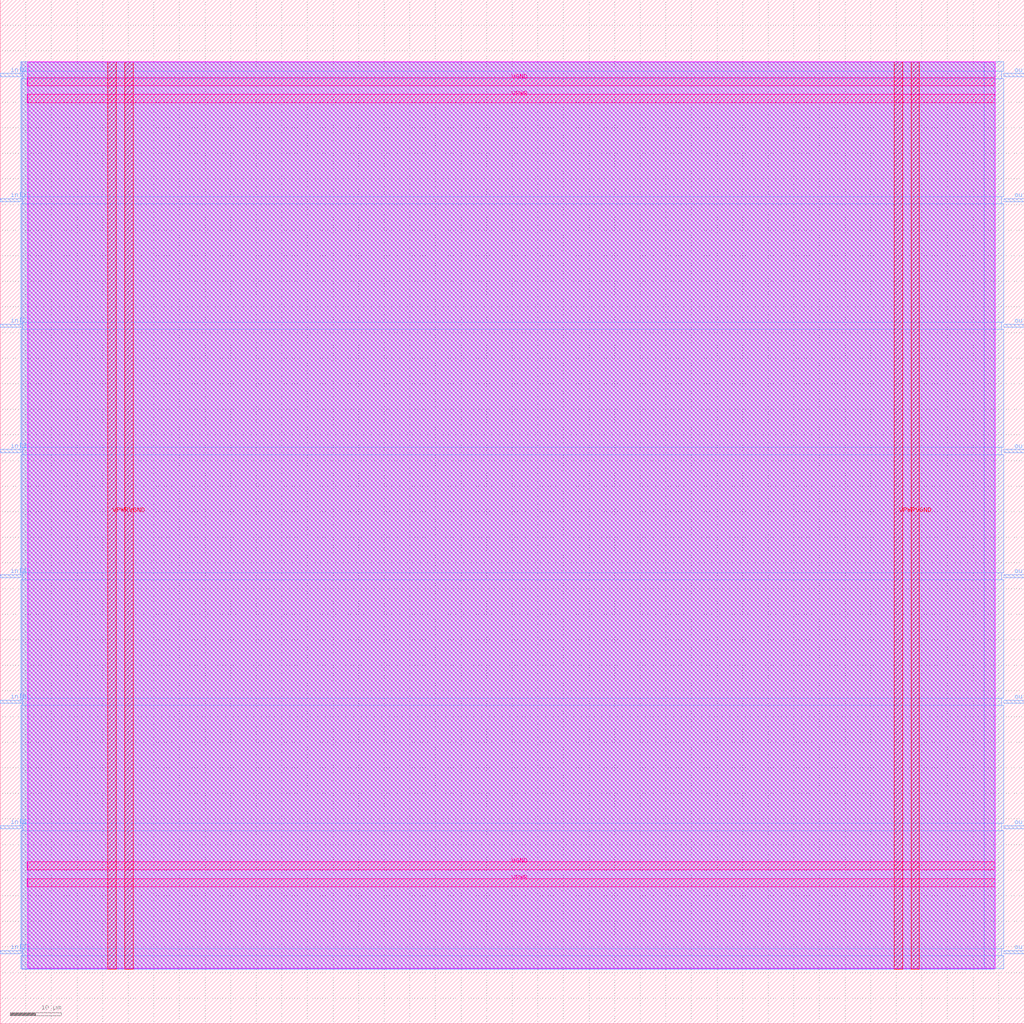
<source format=lef>
VERSION 5.7 ;
  NOWIREEXTENSIONATPIN ON ;
  DIVIDERCHAR "/" ;
  BUSBITCHARS "[]" ;
MACRO twos_complement
  CLASS BLOCK ;
  FOREIGN twos_complement ;
  ORIGIN 0.000 0.000 ;
  SIZE 200.000 BY 200.000 ;
  PIN VGND
    DIRECTION INOUT ;
    USE GROUND ;
    PORT
      LAYER met4 ;
        RECT 24.340 10.640 25.940 187.920 ;
    END
    PORT
      LAYER met4 ;
        RECT 177.940 10.640 179.540 187.920 ;
    END
    PORT
      LAYER met5 ;
        RECT 5.280 30.030 194.360 31.630 ;
    END
    PORT
      LAYER met5 ;
        RECT 5.280 183.210 194.360 184.810 ;
    END
  END VGND
  PIN VPWR
    DIRECTION INOUT ;
    USE POWER ;
    PORT
      LAYER met4 ;
        RECT 21.040 10.640 22.640 187.920 ;
    END
    PORT
      LAYER met4 ;
        RECT 174.640 10.640 176.240 187.920 ;
    END
    PORT
      LAYER met5 ;
        RECT 5.280 26.730 194.360 28.330 ;
    END
    PORT
      LAYER met5 ;
        RECT 5.280 179.910 194.360 181.510 ;
    END
  END VPWR
  PIN in[0]
    DIRECTION INPUT ;
    USE SIGNAL ;
    ANTENNAGATEAREA 0.213000 ;
    PORT
      LAYER met3 ;
        RECT 0.000 185.000 4.000 185.600 ;
    END
  END in[0]
  PIN in[1]
    DIRECTION INPUT ;
    USE SIGNAL ;
    ANTENNAGATEAREA 0.213000 ;
    PORT
      LAYER met3 ;
        RECT 0.000 160.520 4.000 161.120 ;
    END
  END in[1]
  PIN in[2]
    DIRECTION INPUT ;
    USE SIGNAL ;
    ANTENNAGATEAREA 0.126000 ;
    PORT
      LAYER met3 ;
        RECT 0.000 136.040 4.000 136.640 ;
    END
  END in[2]
  PIN in[3]
    DIRECTION INPUT ;
    USE SIGNAL ;
    ANTENNAGATEAREA 0.196500 ;
    PORT
      LAYER met3 ;
        RECT 0.000 111.560 4.000 112.160 ;
    END
  END in[3]
  PIN in[4]
    DIRECTION INPUT ;
    USE SIGNAL ;
    ANTENNAGATEAREA 0.126000 ;
    PORT
      LAYER met3 ;
        RECT 0.000 87.080 4.000 87.680 ;
    END
  END in[4]
  PIN in[5]
    DIRECTION INPUT ;
    USE SIGNAL ;
    ANTENNAGATEAREA 0.126000 ;
    PORT
      LAYER met3 ;
        RECT 0.000 62.600 4.000 63.200 ;
    END
  END in[5]
  PIN in[6]
    DIRECTION INPUT ;
    USE SIGNAL ;
    ANTENNAGATEAREA 0.196500 ;
    PORT
      LAYER met3 ;
        RECT 0.000 38.120 4.000 38.720 ;
    END
  END in[6]
  PIN in[7]
    DIRECTION INPUT ;
    USE SIGNAL ;
    ANTENNAGATEAREA 0.213000 ;
    PORT
      LAYER met3 ;
        RECT 0.000 13.640 4.000 14.240 ;
    END
  END in[7]
  PIN out[0]
    DIRECTION OUTPUT ;
    USE SIGNAL ;
    ANTENNADIFFAREA 0.445500 ;
    PORT
      LAYER met3 ;
        RECT 196.000 185.000 200.000 185.600 ;
    END
  END out[0]
  PIN out[1]
    DIRECTION OUTPUT ;
    USE SIGNAL ;
    ANTENNADIFFAREA 0.445500 ;
    PORT
      LAYER met3 ;
        RECT 196.000 160.520 200.000 161.120 ;
    END
  END out[1]
  PIN out[2]
    DIRECTION OUTPUT ;
    USE SIGNAL ;
    ANTENNADIFFAREA 0.445500 ;
    PORT
      LAYER met3 ;
        RECT 196.000 136.040 200.000 136.640 ;
    END
  END out[2]
  PIN out[3]
    DIRECTION OUTPUT ;
    USE SIGNAL ;
    ANTENNADIFFAREA 0.445500 ;
    PORT
      LAYER met3 ;
        RECT 196.000 111.560 200.000 112.160 ;
    END
  END out[3]
  PIN out[4]
    DIRECTION OUTPUT ;
    USE SIGNAL ;
    ANTENNADIFFAREA 0.445500 ;
    PORT
      LAYER met3 ;
        RECT 196.000 87.080 200.000 87.680 ;
    END
  END out[4]
  PIN out[5]
    DIRECTION OUTPUT ;
    USE SIGNAL ;
    ANTENNADIFFAREA 0.445500 ;
    PORT
      LAYER met3 ;
        RECT 196.000 62.600 200.000 63.200 ;
    END
  END out[5]
  PIN out[6]
    DIRECTION OUTPUT ;
    USE SIGNAL ;
    ANTENNADIFFAREA 0.445500 ;
    PORT
      LAYER met3 ;
        RECT 196.000 38.120 200.000 38.720 ;
    END
  END out[6]
  PIN out[7]
    DIRECTION OUTPUT ;
    USE SIGNAL ;
    ANTENNADIFFAREA 0.445500 ;
    PORT
      LAYER met3 ;
        RECT 196.000 13.640 200.000 14.240 ;
    END
  END out[7]
  OBS
      LAYER nwell ;
        RECT 5.330 10.795 194.310 187.870 ;
      LAYER li1 ;
        RECT 5.520 10.795 194.120 187.765 ;
      LAYER met1 ;
        RECT 4.210 10.640 194.120 187.920 ;
      LAYER met2 ;
        RECT 4.230 10.695 192.190 187.865 ;
      LAYER met3 ;
        RECT 3.990 186.000 196.000 187.845 ;
        RECT 4.400 184.600 195.600 186.000 ;
        RECT 3.990 161.520 196.000 184.600 ;
        RECT 4.400 160.120 195.600 161.520 ;
        RECT 3.990 137.040 196.000 160.120 ;
        RECT 4.400 135.640 195.600 137.040 ;
        RECT 3.990 112.560 196.000 135.640 ;
        RECT 4.400 111.160 195.600 112.560 ;
        RECT 3.990 88.080 196.000 111.160 ;
        RECT 4.400 86.680 195.600 88.080 ;
        RECT 3.990 63.600 196.000 86.680 ;
        RECT 4.400 62.200 195.600 63.600 ;
        RECT 3.990 39.120 196.000 62.200 ;
        RECT 4.400 37.720 195.600 39.120 ;
        RECT 3.990 14.640 196.000 37.720 ;
        RECT 4.400 13.240 195.600 14.640 ;
        RECT 3.990 10.715 196.000 13.240 ;
  END
END twos_complement
END LIBRARY


</source>
